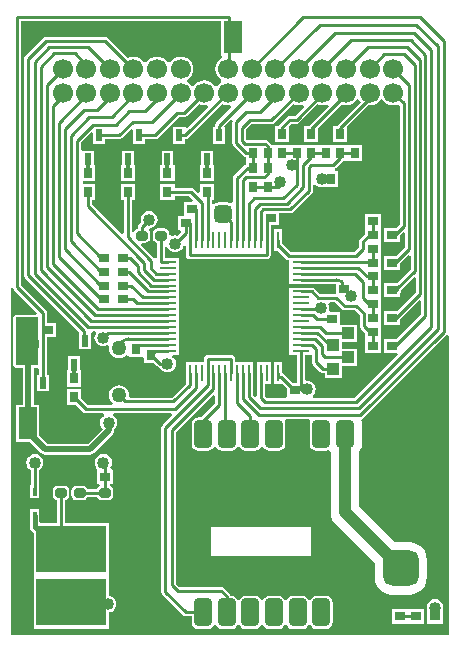
<source format=gtl>
G04*
G04 #@! TF.GenerationSoftware,Altium Limited,Altium Designer,19.0.5 (141)*
G04*
G04 Layer_Physical_Order=1*
G04 Layer_Color=255*
%FSLAX25Y25*%
%MOIN*%
G70*
G01*
G75*
%ADD13C,0.00600*%
%ADD15R,0.03800X0.03100*%
%ADD16R,0.03937X0.03937*%
%ADD17R,0.01579X0.02768*%
%ADD18R,0.01587X0.02760*%
G04:AMPARAMS|DCode=19|XSize=31mil|YSize=38mil|CornerRadius=7.75mil|HoleSize=0mil|Usage=FLASHONLY|Rotation=270.000|XOffset=0mil|YOffset=0mil|HoleType=Round|Shape=RoundedRectangle|*
%AMROUNDEDRECTD19*
21,1,0.03100,0.02250,0,0,270.0*
21,1,0.01550,0.03800,0,0,270.0*
1,1,0.01550,-0.01125,-0.00775*
1,1,0.01550,-0.01125,0.00775*
1,1,0.01550,0.01125,0.00775*
1,1,0.01550,0.01125,-0.00775*
%
%ADD19ROUNDEDRECTD19*%
%ADD20R,0.23622X0.15748*%
%ADD21R,0.06299X0.10630*%
%ADD22R,0.03100X0.03800*%
%ADD23R,0.02362X0.03937*%
G04:AMPARAMS|DCode=24|XSize=59.06mil|YSize=59.06mil|CornerRadius=14.76mil|HoleSize=0mil|Usage=FLASHONLY|Rotation=180.000|XOffset=0mil|YOffset=0mil|HoleType=Round|Shape=RoundedRectangle|*
%AMROUNDEDRECTD24*
21,1,0.05906,0.02953,0,0,180.0*
21,1,0.02953,0.05906,0,0,180.0*
1,1,0.02953,-0.01476,0.01476*
1,1,0.02953,0.01476,0.01476*
1,1,0.02953,0.01476,-0.01476*
1,1,0.02953,-0.01476,-0.01476*
%
%ADD24ROUNDEDRECTD24*%
G04:AMPARAMS|DCode=25|XSize=94.49mil|YSize=59.06mil|CornerRadius=14.76mil|HoleSize=0mil|Usage=FLASHONLY|Rotation=90.000|XOffset=0mil|YOffset=0mil|HoleType=Round|Shape=RoundedRectangle|*
%AMROUNDEDRECTD25*
21,1,0.09449,0.02953,0,0,90.0*
21,1,0.06496,0.05906,0,0,90.0*
1,1,0.02953,0.01476,0.03248*
1,1,0.02953,0.01476,-0.03248*
1,1,0.02953,-0.01476,-0.03248*
1,1,0.02953,-0.01476,0.03248*
%
%ADD25ROUNDEDRECTD25*%
%ADD26R,0.01100X0.05800*%
%ADD27R,0.05800X0.01100*%
%ADD45C,0.01000*%
%ADD46C,0.02000*%
%ADD47C,0.01500*%
%ADD48C,0.00900*%
%ADD49C,0.03937*%
%ADD50C,0.01200*%
%ADD51C,0.00800*%
%ADD52R,0.07700X0.15932*%
G04:AMPARAMS|DCode=53|XSize=118.11mil|YSize=118.11mil|CornerRadius=29.53mil|HoleSize=0mil|Usage=FLASHONLY|Rotation=180.000|XOffset=0mil|YOffset=0mil|HoleType=Round|Shape=RoundedRectangle|*
%AMROUNDEDRECTD53*
21,1,0.11811,0.05906,0,0,180.0*
21,1,0.05906,0.11811,0,0,180.0*
1,1,0.05906,-0.02953,0.02953*
1,1,0.05906,0.02953,0.02953*
1,1,0.05906,0.02953,-0.02953*
1,1,0.05906,-0.02953,-0.02953*
%
%ADD53ROUNDEDRECTD53*%
%ADD54C,0.05000*%
%ADD55C,0.06693*%
%ADD56C,0.04000*%
G36*
X382962Y312585D02*
X383365D01*
X383524Y311785D01*
X383294Y311690D01*
X382428Y311025D01*
X381763Y310159D01*
X381345Y309150D01*
X381203Y308068D01*
X381345Y306985D01*
X381763Y305977D01*
X382428Y305111D01*
X383094Y304599D01*
X383163Y304328D01*
Y303934D01*
X383094Y303663D01*
X382428Y303151D01*
X381916Y302484D01*
X381645Y302415D01*
X381251D01*
X380980Y302484D01*
X380468Y303151D01*
X379602Y303816D01*
X378593Y304234D01*
X377511Y304376D01*
X376429Y304234D01*
X375420Y303816D01*
X374554Y303151D01*
X374042Y302484D01*
X373771Y302415D01*
X373377D01*
X373106Y302484D01*
X372594Y303151D01*
X371928Y303663D01*
X371859Y303934D01*
Y304328D01*
X371928Y304599D01*
X372594Y305111D01*
X373259Y305977D01*
X373677Y306985D01*
X373819Y308068D01*
X373677Y309150D01*
X373259Y310159D01*
X372594Y311025D01*
X371728Y311690D01*
X370719Y312108D01*
X369637Y312250D01*
X368555Y312108D01*
X367546Y311690D01*
X366680Y311025D01*
X366168Y310359D01*
X365897Y310289D01*
X365503D01*
X365232Y310359D01*
X364720Y311025D01*
X363854Y311690D01*
X362845Y312108D01*
X361763Y312250D01*
X360681Y312108D01*
X359672Y311690D01*
X358806Y311025D01*
X358294Y310359D01*
X358023Y310289D01*
X357629D01*
X357358Y310359D01*
X356846Y311025D01*
X355980Y311690D01*
X354971Y312108D01*
X353889Y312250D01*
X352806Y312108D01*
X352041Y311790D01*
X345326Y318505D01*
X344896Y318793D01*
X344389Y318893D01*
X324809D01*
X324302Y318793D01*
X323872Y318505D01*
X317772Y312405D01*
X317485Y311975D01*
X317384Y311468D01*
Y239468D01*
X317485Y238961D01*
X317772Y238531D01*
X335459Y220844D01*
X335828Y220201D01*
X335828D01*
X335828Y220201D01*
Y214664D01*
X339791D01*
Y220084D01*
X340384Y220699D01*
X340992Y220665D01*
X341316Y219993D01*
X341254Y219912D01*
X340972Y219231D01*
X340876Y218500D01*
X340972Y217769D01*
X341254Y217088D01*
X341703Y216503D01*
X342288Y216054D01*
X342969Y215772D01*
X343700Y215676D01*
X344431Y215772D01*
X345062Y216034D01*
X345259Y215954D01*
X345810Y215581D01*
X345748Y215112D01*
X345861Y214251D01*
X346194Y213448D01*
X346723Y212758D01*
X347412Y212229D01*
X348215Y211897D01*
X349076Y211784D01*
X349938Y211897D01*
X350741Y212229D01*
X351430Y212758D01*
X351459Y212797D01*
X352259Y212525D01*
Y212173D01*
X356959D01*
X357422Y211564D01*
Y210204D01*
X360598D01*
X361871Y208931D01*
X362301Y208643D01*
X362720Y208560D01*
X362764Y208456D01*
X363212Y207871D01*
X363797Y207422D01*
X364478Y207140D01*
X365209Y207044D01*
X365940Y207140D01*
X366621Y207422D01*
X367206Y207871D01*
X367655Y208456D01*
X367937Y209137D01*
X368034Y209868D01*
X367937Y210599D01*
X367655Y211280D01*
X367206Y211865D01*
X366895Y212104D01*
X367166Y212904D01*
X368981D01*
Y216841D01*
Y220778D01*
Y224715D01*
Y228652D01*
Y232589D01*
Y236526D01*
Y240463D01*
Y245132D01*
X364372D01*
Y248759D01*
X365172Y248918D01*
X365364Y248456D01*
X365812Y247871D01*
X366397Y247422D01*
X367078Y247140D01*
X367809Y247044D01*
X368540Y247140D01*
X369221Y247422D01*
X369806Y247871D01*
X370255Y248456D01*
X370537Y249137D01*
X371317Y249009D01*
Y247468D01*
X371341D01*
Y246068D01*
X371442Y245561D01*
X371730Y245131D01*
X372160Y244843D01*
X372667Y244742D01*
X398257D01*
X398765Y244843D01*
X399195Y245131D01*
X399482Y245561D01*
X399583Y246068D01*
Y247468D01*
X399607D01*
Y254868D01*
X399583D01*
Y256018D01*
X402308D01*
Y259943D01*
X406091D01*
X406599Y260043D01*
X407029Y260331D01*
X413347Y266649D01*
X413634Y267079D01*
X413735Y267586D01*
Y269270D01*
X414535Y269542D01*
X414603Y269453D01*
X415188Y269004D01*
X415869Y268722D01*
X416600Y268626D01*
X417331Y268722D01*
X417370Y268738D01*
X418135Y268750D01*
X422150D01*
Y274150D01*
X421129D01*
X421017Y274943D01*
X421447Y275231D01*
X423584Y277368D01*
X425205D01*
Y277368D01*
X425359D01*
Y277368D01*
X430059D01*
Y282768D01*
X425359D01*
Y282768D01*
X425205D01*
Y282768D01*
X421150D01*
X420505Y282768D01*
Y282768D01*
X420350D01*
Y282768D01*
X415650D01*
Y282768D01*
X415496D01*
Y282768D01*
X411442D01*
X410796Y282768D01*
Y282768D01*
X410641D01*
Y282768D01*
X405941D01*
Y282768D01*
X405787D01*
Y282768D01*
X401087D01*
Y282768D01*
X400914D01*
Y282768D01*
X399778D01*
X399741Y282951D01*
X399465Y283365D01*
X398710Y284119D01*
X398297Y284395D01*
X397809Y284492D01*
X391750D01*
X391484Y284759D01*
Y288040D01*
X393137Y289693D01*
X399781D01*
X400269Y289791D01*
X400682Y290067D01*
X407108Y296492D01*
X407925Y296154D01*
X409007Y296012D01*
X410089Y296154D01*
X410261Y296225D01*
X410714Y295547D01*
X407710Y292543D01*
X406023D01*
X405516Y292442D01*
X405086Y292155D01*
X402500Y289569D01*
X402212Y289139D01*
X402198Y289068D01*
X401087D01*
Y283668D01*
X405787D01*
Y289068D01*
X405787Y289068D01*
X405787D01*
X406300Y289620D01*
X406572Y289893D01*
X408259D01*
X408767Y289993D01*
X409197Y290281D01*
X415283Y296368D01*
X415799Y296154D01*
X416881Y296012D01*
X417964Y296154D01*
X418520Y296385D01*
X418974Y295707D01*
X412335Y289068D01*
X410796D01*
Y283668D01*
X415496D01*
Y288480D01*
X423317Y296301D01*
X423673Y296154D01*
X424755Y296012D01*
X425838Y296154D01*
X426846Y296572D01*
X427712Y297237D01*
X428224Y297903D01*
X428495Y297972D01*
X428889D01*
X429160Y297903D01*
X429672Y297237D01*
X429674Y297207D01*
X421918Y289451D01*
X421662Y289068D01*
X420505D01*
Y283668D01*
X425205D01*
Y288989D01*
X432274Y296058D01*
X432629Y296012D01*
X433711Y296154D01*
X434720Y296572D01*
X435586Y297237D01*
X436098Y297903D01*
X436369Y297972D01*
X436763D01*
X437034Y297903D01*
X437546Y297237D01*
X438412Y296572D01*
X439421Y296154D01*
X440503Y296012D01*
X441586Y296154D01*
X441908Y296288D01*
X442657Y295732D01*
Y256343D01*
X441499Y255185D01*
X437459D01*
Y250485D01*
X442859D01*
Y252796D01*
X443725Y253662D01*
X444464Y253356D01*
Y248797D01*
X441585Y245918D01*
X437459D01*
Y241218D01*
X442859D01*
Y243443D01*
X445532Y246115D01*
X446271Y245809D01*
Y241331D01*
X441591Y236651D01*
X437459D01*
Y231951D01*
X442859D01*
Y233483D01*
X443067Y233794D01*
X443168Y234301D01*
Y234479D01*
X447338Y238649D01*
X448077Y238343D01*
Y233710D01*
X441752Y227385D01*
X437459D01*
Y222685D01*
X442859D01*
Y224743D01*
X449145Y231029D01*
X449884Y230723D01*
Y226417D01*
X441585Y218118D01*
X437459D01*
Y213418D01*
X441640D01*
X441946Y212679D01*
X427560Y198293D01*
X413847D01*
X413575Y199093D01*
X413806Y199271D01*
X414255Y199856D01*
X414537Y200537D01*
X414634Y201268D01*
X414537Y201999D01*
X414255Y202680D01*
X413806Y203265D01*
X413222Y203714D01*
X412540Y203996D01*
X411809Y204092D01*
X411706Y204079D01*
X410906Y204750D01*
Y212904D01*
X413277D01*
Y210478D01*
X413378Y209971D01*
X413666Y209541D01*
X416144Y207063D01*
X416574Y206775D01*
X417081Y206675D01*
X417732D01*
Y205231D01*
X423269D01*
Y209229D01*
X428268D01*
Y214766D01*
X423269D01*
Y217224D01*
X428268D01*
Y222761D01*
X422750D01*
Y227065D01*
X419602D01*
X419086Y227698D01*
X419041Y227865D01*
X419124Y228500D01*
X419028Y229231D01*
X418803Y229774D01*
X418991Y230237D01*
X419246Y230574D01*
X420882D01*
X423394Y228063D01*
X423824Y227775D01*
X424332Y227675D01*
X427676D01*
X429275Y226077D01*
Y222509D01*
X429375Y222002D01*
X429663Y221572D01*
X431159Y220075D01*
Y218051D01*
Y213418D01*
X436559D01*
Y218051D01*
Y222685D01*
Y227318D01*
Y231951D01*
Y236585D01*
Y241218D01*
Y245851D01*
Y250485D01*
Y255118D01*
Y259818D01*
X431159D01*
Y255118D01*
Y253218D01*
X429483Y251542D01*
X429196Y251112D01*
X429095Y250604D01*
Y248628D01*
X427560Y247093D01*
X406269D01*
X403545Y249818D01*
Y254868D01*
X400844D01*
Y247468D01*
X402145D01*
X404783Y244831D01*
X405213Y244543D01*
X405720Y244443D01*
X405881D01*
Y240463D01*
Y236526D01*
X413281D01*
Y236551D01*
X421359D01*
Y233225D01*
X415926D01*
X414275Y234876D01*
X413845Y235164D01*
X413338Y235265D01*
X413281D01*
Y235289D01*
X405881D01*
Y232589D01*
Y228652D01*
Y224715D01*
Y220778D01*
Y216841D01*
Y212904D01*
X408255D01*
Y203418D01*
X407051D01*
X404127Y206341D01*
X403697Y206628D01*
X403545Y206659D01*
Y210568D01*
X400844D01*
Y203168D01*
X403544D01*
X403545Y203168D01*
Y203168D01*
X404084Y202635D01*
X405176Y201543D01*
X405176Y198718D01*
X404552Y198293D01*
X398381D01*
X397614Y199060D01*
Y203168D01*
X399607D01*
Y210568D01*
X394939D01*
Y203168D01*
X394964D01*
Y199193D01*
X394266Y198894D01*
X393677Y199370D01*
Y203168D01*
X393702D01*
Y210568D01*
X387772D01*
Y211468D01*
X387671Y211975D01*
X387384Y212405D01*
X386954Y212692D01*
X386446Y212793D01*
X378572D01*
X378065Y212692D01*
X377635Y212405D01*
X377348Y211975D01*
X377247Y211468D01*
Y210568D01*
X371317D01*
Y203250D01*
X366660Y198593D01*
X352910D01*
X352383Y199195D01*
X352405Y199364D01*
X352291Y200225D01*
X351959Y201028D01*
X351430Y201718D01*
X350741Y202246D01*
X349938Y202579D01*
X349076Y202693D01*
X348215Y202579D01*
X347412Y202246D01*
X346723Y201718D01*
X346194Y201028D01*
X345861Y200225D01*
X345748Y199364D01*
X345861Y198503D01*
X346194Y197700D01*
X346723Y197010D01*
X347006Y196793D01*
X346734Y195993D01*
X338605D01*
X336419Y198179D01*
Y201355D01*
X331719D01*
Y195955D01*
X334895D01*
X337119Y193731D01*
X337549Y193443D01*
X338056Y193342D01*
X343839D01*
X343972Y193076D01*
X344053Y192543D01*
X343603Y192197D01*
X343154Y191612D01*
X342872Y190931D01*
X342776Y190200D01*
X342872Y189469D01*
X343154Y188788D01*
X343587Y188223D01*
X338599Y183235D01*
X325260D01*
X322538Y185958D01*
Y196115D01*
X320635D01*
Y208505D01*
X322050D01*
X322535Y207905D01*
Y206168D01*
X321828D01*
Y200631D01*
X325791D01*
Y206168D01*
X325084D01*
Y218818D01*
X328009D01*
Y223518D01*
X325084D01*
Y226512D01*
X325135Y226768D01*
X325034Y227275D01*
X324747Y227705D01*
X316435Y236017D01*
Y324174D01*
X382962D01*
Y312585D01*
D02*
G37*
G36*
X384303Y296154D02*
X385385Y296012D01*
X386175Y296116D01*
X386549Y295358D01*
X381312Y290122D01*
X381025Y289692D01*
X380924Y289184D01*
Y288701D01*
X380269D01*
Y283164D01*
X384231D01*
Y288701D01*
X384231D01*
X384058Y289118D01*
X386259Y291320D01*
X386945Y290874D01*
X386884Y290568D01*
Y283268D01*
X386985Y282761D01*
X387272Y282331D01*
X390472Y279131D01*
X390902Y278843D01*
X391359Y278752D01*
Y277368D01*
X391378D01*
Y276376D01*
X390972Y276105D01*
X387478Y272611D01*
X387190Y272181D01*
X387089Y271673D01*
Y263722D01*
X386290Y263295D01*
X386074Y263439D01*
X385186Y263615D01*
X382233D01*
X381345Y263439D01*
X380698Y263006D01*
X380261Y263127D01*
X379898Y263337D01*
Y264455D01*
X380859D01*
Y269855D01*
X376159D01*
Y266938D01*
X375420Y266632D01*
X373960Y268092D01*
X373530Y268380D01*
X373022Y268480D01*
X367574D01*
Y269855D01*
X362874D01*
Y264455D01*
X367574D01*
Y265829D01*
X372473D01*
X373727Y264576D01*
X373421Y263837D01*
X370585D01*
Y259137D01*
X369793Y259118D01*
X368617D01*
Y254418D01*
X369354D01*
X369685Y253618D01*
X368627Y252560D01*
X368540Y252596D01*
X367809Y252692D01*
X367078Y252596D01*
X366578Y252388D01*
X366032Y252628D01*
X365778Y252847D01*
Y253369D01*
X365655Y253983D01*
X365307Y254504D01*
X364786Y254852D01*
X364172Y254975D01*
X361922D01*
X361307Y254852D01*
X360786Y254504D01*
X360438Y253983D01*
X360316Y253369D01*
Y251819D01*
X360438Y251204D01*
X360786Y250683D01*
X361307Y250335D01*
X361721Y250253D01*
Y245873D01*
X361581Y245132D01*
X360781Y244981D01*
X360709Y245087D01*
X356384Y249413D01*
X356715Y250213D01*
X357872D01*
X358486Y250335D01*
X359007Y250683D01*
X359355Y251204D01*
X359478Y251819D01*
Y253369D01*
X359355Y253983D01*
X359145Y254299D01*
X359376Y254988D01*
X359481Y255126D01*
X359831Y255172D01*
X360512Y255454D01*
X361097Y255903D01*
X361546Y256488D01*
X361828Y257169D01*
X361924Y257900D01*
X361828Y258631D01*
X361546Y259312D01*
X361097Y259897D01*
X360512Y260346D01*
X359831Y260628D01*
X359100Y260724D01*
X358369Y260628D01*
X357688Y260346D01*
X357103Y259897D01*
X356654Y259312D01*
X356372Y258631D01*
X356276Y257900D01*
X356372Y257169D01*
X356408Y257082D01*
X355810Y256484D01*
X355522Y256054D01*
X355421Y255547D01*
Y254935D01*
X355007Y254852D01*
X354486Y254504D01*
X354138Y253983D01*
X354065Y253614D01*
X353265Y253693D01*
Y264455D01*
X354289D01*
Y269855D01*
X349589D01*
Y264455D01*
X350614D01*
Y253406D01*
X349875Y253100D01*
X339980Y262995D01*
Y264455D01*
X341004D01*
Y269855D01*
X337203D01*
X336941Y270305D01*
X337203Y270755D01*
X341004D01*
Y276155D01*
X340635D01*
Y280827D01*
X337035D01*
X336673Y280827D01*
X336235Y281445D01*
Y283619D01*
X339674Y287058D01*
X340413Y286752D01*
Y283164D01*
X344375D01*
Y284607D01*
X349023D01*
X349530Y284707D01*
X349960Y284995D01*
X352898Y287933D01*
X353698Y287601D01*
Y283164D01*
X357661D01*
Y284607D01*
X361074D01*
X361581Y284707D01*
X362011Y284995D01*
X369058Y292042D01*
X370685D01*
X371192Y292143D01*
X371622Y292431D01*
X375663Y296471D01*
X376429Y296154D01*
X377511Y296012D01*
X378301Y296116D01*
X378675Y295358D01*
X371685Y288368D01*
X370946Y288674D01*
Y288701D01*
X366984D01*
Y283164D01*
X370946D01*
Y284607D01*
X371123D01*
X371630Y284707D01*
X372060Y284995D01*
X383537Y296471D01*
X384303Y296154D01*
D02*
G37*
G36*
X313885Y234961D02*
X314172Y234531D01*
X321787Y226916D01*
X321456Y226115D01*
X314709D01*
X314397Y226053D01*
X314133Y225877D01*
X313956Y225612D01*
X313894Y225300D01*
Y209368D01*
X313956Y209056D01*
X314133Y208791D01*
X314397Y208614D01*
X314709Y208552D01*
X316965D01*
Y196115D01*
X314639D01*
Y183885D01*
X319420D01*
X323202Y180102D01*
X323798Y179704D01*
X324500Y179565D01*
X339359D01*
X340062Y179704D01*
X340657Y180102D01*
X346898Y186343D01*
X347296Y186938D01*
X347435Y187641D01*
Y188079D01*
X347597Y188203D01*
X348046Y188788D01*
X348328Y189469D01*
X348424Y190200D01*
X348328Y190931D01*
X348046Y191612D01*
X347597Y192197D01*
X347147Y192543D01*
X347228Y193076D01*
X347361Y193342D01*
X366364D01*
X366670Y192603D01*
X363572Y189505D01*
X363285Y189075D01*
X363184Y188568D01*
Y133723D01*
X363285Y133216D01*
X363572Y132786D01*
X370352Y126006D01*
X370782Y125719D01*
X371289Y125618D01*
X373290D01*
Y123696D01*
X373467Y122807D01*
X373970Y122054D01*
X374723Y121551D01*
X375611Y121374D01*
X378564D01*
X379452Y121551D01*
X380205Y122054D01*
X380580Y122616D01*
X380787Y122668D01*
X381261D01*
X381469Y122616D01*
X381844Y122054D01*
X382597Y121551D01*
X383485Y121374D01*
X386438D01*
X387326Y121551D01*
X388079Y122054D01*
X388454Y122616D01*
X388661Y122668D01*
X389135D01*
X389343Y122616D01*
X389718Y122054D01*
X390471Y121551D01*
X391359Y121374D01*
X394312D01*
X395200Y121551D01*
X395953Y122054D01*
X396328Y122616D01*
X396535Y122668D01*
X397009D01*
X397217Y122616D01*
X397592Y122054D01*
X398345Y121551D01*
X399233Y121374D01*
X402186D01*
X403074Y121551D01*
X403827Y122054D01*
X404202Y122616D01*
X404409Y122668D01*
X404883D01*
X405091Y122616D01*
X405466Y122054D01*
X406219Y121551D01*
X407107Y121374D01*
X410060D01*
X410948Y121551D01*
X411701Y122054D01*
X412076Y122616D01*
X412283Y122668D01*
X412757D01*
X412965Y122616D01*
X413340Y122054D01*
X414093Y121551D01*
X414981Y121374D01*
X417934D01*
X418822Y121551D01*
X419575Y122054D01*
X420078Y122807D01*
X420255Y123696D01*
Y130192D01*
X420078Y131080D01*
X419575Y131833D01*
X418822Y132336D01*
X417934Y132512D01*
X414981D01*
X414093Y132336D01*
X413340Y131833D01*
X412965Y131272D01*
X412757Y131219D01*
X412283D01*
X412076Y131272D01*
X411701Y131833D01*
X410948Y132336D01*
X410060Y132512D01*
X407107D01*
X406219Y132336D01*
X405466Y131833D01*
X405091Y131272D01*
X404883Y131219D01*
X404409D01*
X404202Y131272D01*
X403827Y131833D01*
X403074Y132336D01*
X402186Y132512D01*
X399233D01*
X398345Y132336D01*
X397592Y131833D01*
X397217Y131272D01*
X397009Y131219D01*
X396535D01*
X396328Y131272D01*
X395953Y131833D01*
X395200Y132336D01*
X394312Y132512D01*
X391359D01*
X390471Y132336D01*
X389718Y131833D01*
X389343Y131272D01*
X389135Y131219D01*
X388661D01*
X388454Y131272D01*
X388079Y131833D01*
X387326Y132336D01*
X386438Y132512D01*
X386248D01*
X386186Y132823D01*
X385899Y133253D01*
X384047Y135105D01*
X383617Y135392D01*
X383109Y135493D01*
X369158D01*
X368135Y136517D01*
Y187219D01*
X380445Y199529D01*
X381184Y199223D01*
Y196666D01*
X376480Y191961D01*
X375611D01*
X374723Y191785D01*
X373970Y191281D01*
X373467Y190529D01*
X373290Y189640D01*
Y183144D01*
X373467Y182256D01*
X373970Y181503D01*
X374723Y181000D01*
X375611Y180823D01*
X378564D01*
X379452Y181000D01*
X380205Y181503D01*
X380580Y182064D01*
X380787Y182117D01*
X381261D01*
X381469Y182064D01*
X381844Y181503D01*
X382597Y181000D01*
X383485Y180823D01*
X386438D01*
X387326Y181000D01*
X388079Y181503D01*
X388454Y182064D01*
X388661Y182117D01*
X389135D01*
X389343Y182064D01*
X389718Y181503D01*
X390471Y181000D01*
X391359Y180823D01*
X394312D01*
X395200Y181000D01*
X395953Y181503D01*
X396328Y182064D01*
X396535Y182117D01*
X397009D01*
X397217Y182064D01*
X397592Y181503D01*
X398345Y181000D01*
X399233Y180823D01*
X402186D01*
X403074Y181000D01*
X403827Y181503D01*
X404330Y182256D01*
X404507Y183144D01*
Y189640D01*
X404341Y190474D01*
X404347Y190651D01*
X404680Y191274D01*
X412487D01*
X412820Y190651D01*
X412826Y190474D01*
X412660Y189640D01*
Y183144D01*
X412837Y182256D01*
X413340Y181503D01*
X414093Y181000D01*
X414981Y180823D01*
X417934D01*
X418822Y181000D01*
X418937Y181077D01*
X419158Y181010D01*
X419566Y180478D01*
Y160268D01*
X419729Y159035D01*
X420205Y157886D01*
X420962Y156899D01*
X434289Y143572D01*
Y138647D01*
X434485Y137157D01*
X435061Y135768D01*
X435976Y134576D01*
X437168Y133661D01*
X438557Y133086D01*
X440047Y132889D01*
X445953D01*
X447443Y133086D01*
X448832Y133661D01*
X450024Y134576D01*
X450939Y135768D01*
X451514Y137157D01*
X451711Y138647D01*
Y144553D01*
X451514Y146043D01*
X450939Y147432D01*
X450024Y148624D01*
X448832Y149539D01*
X447443Y150115D01*
X445953Y150311D01*
X441028D01*
X429097Y162242D01*
Y180478D01*
X429505Y181010D01*
X429931Y182039D01*
X430077Y183144D01*
Y189640D01*
X429931Y190745D01*
X429835Y190976D01*
X430049Y191375D01*
X430479Y191663D01*
X458247Y219431D01*
X458254Y219442D01*
X459054Y219200D01*
Y119268D01*
X313048D01*
X313048Y235067D01*
X313848Y235146D01*
X313885Y234961D01*
D02*
G37*
%LPC*%
G36*
X336050Y212327D02*
X332088D01*
Y207655D01*
X331719D01*
Y202255D01*
X336419D01*
Y207655D01*
X336050D01*
Y212327D01*
D02*
G37*
G36*
X380490Y280827D02*
X376528D01*
Y276155D01*
X376159D01*
Y270755D01*
X380859D01*
Y276155D01*
X380490D01*
Y280827D01*
D02*
G37*
G36*
X367206D02*
X363243D01*
Y276155D01*
X362874D01*
Y270755D01*
X367574D01*
Y276155D01*
X367206D01*
Y280827D01*
D02*
G37*
G36*
X353920D02*
X349958D01*
Y276155D01*
X349589D01*
Y270755D01*
X354289D01*
Y276155D01*
X353920D01*
Y280827D01*
D02*
G37*
G36*
X343872Y179724D02*
X343142Y179628D01*
X342460Y179346D01*
X341876Y178897D01*
X341427Y178312D01*
X341145Y177631D01*
X341048Y176900D01*
X341145Y176169D01*
X341427Y175488D01*
X341547Y175330D01*
X341595Y174550D01*
X341595Y174550D01*
X341595Y174550D01*
Y169850D01*
X342474D01*
X342604Y169060D01*
X342083Y168712D01*
X341735Y168191D01*
X341722Y168127D01*
X338568D01*
X338556Y168191D01*
X338207Y168712D01*
X337686Y169060D01*
X337072Y169182D01*
X334822D01*
X334207Y169060D01*
X333686Y168712D01*
X333338Y168191D01*
X333216Y167577D01*
Y166027D01*
X333338Y165412D01*
X333686Y164891D01*
X334207Y164543D01*
X334822Y164421D01*
X337072D01*
X337686Y164543D01*
X338207Y164891D01*
X338556Y165412D01*
X338568Y165476D01*
X341722D01*
X341735Y165412D01*
X342083Y164891D01*
X342604Y164543D01*
X343219Y164421D01*
X345469D01*
X346083Y164543D01*
X346604Y164891D01*
X346952Y165412D01*
X347075Y166027D01*
Y167577D01*
X346952Y168191D01*
X346604Y168712D01*
X346083Y169060D01*
X346213Y169850D01*
X346995D01*
Y174550D01*
X346607D01*
X346213Y175350D01*
X346318Y175488D01*
X346600Y176169D01*
X346697Y176900D01*
X346600Y177631D01*
X346318Y178312D01*
X345869Y178897D01*
X345285Y179346D01*
X344603Y179628D01*
X343872Y179724D01*
D02*
G37*
G36*
X321000D02*
X320269Y179628D01*
X319588Y179346D01*
X319003Y178897D01*
X318554Y178312D01*
X318272Y177631D01*
X318176Y176900D01*
X318272Y176169D01*
X318554Y175488D01*
X319003Y174903D01*
X319588Y174454D01*
X319674Y174418D01*
Y169321D01*
X319320D01*
Y164953D01*
X322499D01*
Y169321D01*
X322325D01*
Y174418D01*
X322412Y174454D01*
X322997Y174903D01*
X323446Y175488D01*
X323728Y176169D01*
X323824Y176900D01*
X323728Y177631D01*
X323446Y178312D01*
X322997Y178897D01*
X322412Y179346D01*
X321731Y179628D01*
X321000Y179724D01*
D02*
G37*
G36*
X330772Y169182D02*
X328522D01*
X327907Y169060D01*
X327386Y168712D01*
X327038Y168191D01*
X326916Y167577D01*
Y166027D01*
X327038Y165412D01*
X327386Y164891D01*
X327907Y164543D01*
X328321Y164461D01*
Y156654D01*
X323125D01*
X322503Y157083D01*
Y161443D01*
X319316D01*
Y157083D01*
X319329D01*
Y155322D01*
X319449Y154717D01*
X319792Y154204D01*
X320589Y153407D01*
Y139738D01*
X320589Y139306D01*
X320589Y138506D01*
Y121590D01*
X345811D01*
Y126943D01*
X346031Y126972D01*
X346712Y127254D01*
X347297Y127703D01*
X347746Y128288D01*
X348028Y128969D01*
X348124Y129700D01*
X348028Y130431D01*
X347746Y131112D01*
X347297Y131697D01*
X346712Y132146D01*
X346031Y132428D01*
X345811Y132457D01*
Y138506D01*
X345811Y138938D01*
X345811Y139738D01*
Y156654D01*
X330972D01*
Y164461D01*
X331386Y164543D01*
X331907Y164891D01*
X332256Y165412D01*
X332378Y166027D01*
Y167577D01*
X332256Y168191D01*
X331907Y168712D01*
X331386Y169060D01*
X330772Y169182D01*
D02*
G37*
G36*
X379646Y155487D02*
Y145644D01*
X413111Y145644D01*
Y155487D01*
X379646Y155487D01*
D02*
G37*
G36*
X454400Y131392D02*
X453669Y131296D01*
X452988Y131014D01*
X452403Y130565D01*
X451954Y129980D01*
X451672Y129299D01*
X451576Y128568D01*
X451672Y127837D01*
X451750Y127649D01*
Y123250D01*
X457150D01*
Y127950D01*
X457150D01*
X457224Y128568D01*
X457204Y128719D01*
X457128Y129299D01*
X456846Y129980D01*
X456397Y130565D01*
X455812Y131014D01*
X455131Y131296D01*
X454400Y131392D01*
D02*
G37*
G36*
X445350Y127950D02*
Y127950D01*
X444673Y127950D01*
X439950D01*
Y123250D01*
X445350D01*
Y123250D01*
X445450D01*
Y123250D01*
X450850D01*
Y127950D01*
X446127D01*
X445450Y127950D01*
Y127950D01*
X445350D01*
D02*
G37*
%LPD*%
D13*
X398359Y286368D02*
X401509Y283218D01*
X393709Y286368D02*
X398359D01*
D15*
X454450Y125600D02*
D03*
X448150D02*
D03*
X442650D02*
D03*
X436350D02*
D03*
X344295Y172200D02*
D03*
X350595D02*
D03*
X331609Y221168D02*
D03*
X325309D02*
D03*
X326959Y216468D02*
D03*
X320659D02*
D03*
X344209Y245068D02*
D03*
X350509D02*
D03*
X344209Y240485D02*
D03*
X350509D02*
D03*
X344209Y235901D02*
D03*
X350509D02*
D03*
X344209Y231318D02*
D03*
X350509D02*
D03*
X426350Y224715D02*
D03*
X420050D02*
D03*
X366985Y261487D02*
D03*
X373285D02*
D03*
X440159Y252835D02*
D03*
X433859D02*
D03*
X440159Y243568D02*
D03*
X433859D02*
D03*
X440159Y234301D02*
D03*
X433859D02*
D03*
X440159Y225035D02*
D03*
X433859D02*
D03*
X440159Y215768D02*
D03*
X433859D02*
D03*
X405907Y258368D02*
D03*
X399607D02*
D03*
X417759Y234908D02*
D03*
X424059D02*
D03*
X365017Y256768D02*
D03*
X371317D02*
D03*
X401576Y201068D02*
D03*
X407876D02*
D03*
X433859Y257468D02*
D03*
X440159D02*
D03*
X433859Y248201D02*
D03*
X440159D02*
D03*
X433859Y238935D02*
D03*
X440159D02*
D03*
X433859Y229668D02*
D03*
X440159D02*
D03*
X433859Y220401D02*
D03*
X440159D02*
D03*
D16*
X420500Y208000D02*
D03*
X425500Y211998D02*
D03*
X420500Y215995D02*
D03*
X425500Y219993D02*
D03*
D17*
X320909Y167137D02*
D03*
D18*
Y159263D02*
D03*
D19*
X363047Y252594D02*
D03*
X356747D02*
D03*
X335947Y166802D02*
D03*
X329647D02*
D03*
X350644D02*
D03*
X344344D02*
D03*
D20*
X333200Y130264D02*
D03*
Y147980D02*
D03*
D21*
X375888Y318700D02*
D03*
X386912D02*
D03*
X329612Y190000D02*
D03*
X318588D02*
D03*
D22*
X419800Y265150D02*
D03*
Y271450D02*
D03*
X359772Y206604D02*
D03*
Y212904D02*
D03*
X393728Y268868D02*
D03*
Y275168D02*
D03*
X393709Y286368D02*
D03*
Y280068D02*
D03*
X398564Y286368D02*
D03*
Y280068D02*
D03*
X413146Y286368D02*
D03*
Y280068D02*
D03*
X334069Y198655D02*
D03*
Y204955D02*
D03*
X365224Y267155D02*
D03*
Y273455D02*
D03*
X378509Y267155D02*
D03*
Y273455D02*
D03*
X338654Y267155D02*
D03*
Y273455D02*
D03*
X351939Y267155D02*
D03*
Y273455D02*
D03*
X398564Y268868D02*
D03*
Y275168D02*
D03*
X354609Y208573D02*
D03*
Y214873D02*
D03*
X422855Y286368D02*
D03*
Y280068D02*
D03*
X427709D02*
D03*
Y286368D02*
D03*
X418000Y280068D02*
D03*
Y286368D02*
D03*
X403437D02*
D03*
Y280068D02*
D03*
X408291D02*
D03*
Y286368D02*
D03*
D23*
X323809Y203399D02*
D03*
X320069Y211273D02*
D03*
X327550D02*
D03*
X337809Y217432D02*
D03*
X341550Y209558D02*
D03*
X334069D02*
D03*
X368965Y285932D02*
D03*
X372705Y278058D02*
D03*
X365224D02*
D03*
X382250Y285932D02*
D03*
X385990Y278058D02*
D03*
X378509D02*
D03*
X342394Y285932D02*
D03*
X346135Y278058D02*
D03*
X338654D02*
D03*
X355679Y285932D02*
D03*
X359420Y278058D02*
D03*
X351939D02*
D03*
D24*
X383709Y259818D02*
D03*
D25*
X377087Y186392D02*
D03*
X384961D02*
D03*
X392835D02*
D03*
X400709D02*
D03*
X408583D02*
D03*
X416458D02*
D03*
X424332D02*
D03*
Y126944D02*
D03*
X416458D02*
D03*
X408583D02*
D03*
X377087D02*
D03*
X384961D02*
D03*
X392835D02*
D03*
X400709D02*
D03*
D26*
X402194Y206868D02*
D03*
X400226D02*
D03*
X398257D02*
D03*
X396289D02*
D03*
X394320D02*
D03*
X392352D02*
D03*
X390383D02*
D03*
X388415D02*
D03*
X386446D02*
D03*
X384478D02*
D03*
X382509D02*
D03*
X380541D02*
D03*
X378572D02*
D03*
X376604D02*
D03*
X374635D02*
D03*
X372667D02*
D03*
Y251168D02*
D03*
X374635D02*
D03*
X376604D02*
D03*
X378572D02*
D03*
X380541D02*
D03*
X382509D02*
D03*
X384478D02*
D03*
X386446D02*
D03*
X388415D02*
D03*
X390383D02*
D03*
X392352D02*
D03*
X394320D02*
D03*
X396289D02*
D03*
X398257D02*
D03*
X400226D02*
D03*
X402194D02*
D03*
D27*
X365281Y214254D02*
D03*
Y216223D02*
D03*
Y218191D02*
D03*
Y220160D02*
D03*
Y222128D02*
D03*
Y224097D02*
D03*
Y226065D02*
D03*
Y228034D02*
D03*
Y230002D02*
D03*
Y231971D02*
D03*
Y233939D02*
D03*
Y235908D02*
D03*
Y237876D02*
D03*
Y239845D02*
D03*
Y241813D02*
D03*
Y243782D02*
D03*
X409581D02*
D03*
Y241813D02*
D03*
Y239845D02*
D03*
Y237876D02*
D03*
Y235908D02*
D03*
Y233939D02*
D03*
Y231971D02*
D03*
Y230002D02*
D03*
Y228034D02*
D03*
Y226065D02*
D03*
Y224097D02*
D03*
Y222128D02*
D03*
Y220160D02*
D03*
Y218191D02*
D03*
Y216223D02*
D03*
Y214254D02*
D03*
D45*
X424059Y235426D02*
G03*
X421609Y237876I-2450J0D01*
G01*
X352155Y218191D02*
G03*
X349076Y215112I0J-3079D01*
G01*
X415834Y228034D02*
X416300Y228500D01*
X409581Y228034D02*
X415834D01*
X442650Y125600D02*
X448150D01*
X415218Y224715D02*
X418809D01*
X413868Y226065D02*
X415218Y224715D01*
X409581Y226065D02*
X413868D01*
X418172Y219993D02*
X425500D01*
X416037Y222128D02*
X418172Y219993D01*
X409581Y222128D02*
X416037D01*
X419379Y215995D02*
X420500D01*
X415214Y220160D02*
X419379Y215995D01*
X409581Y220160D02*
X415214D01*
X424332Y229000D02*
X428226D01*
X413338Y233939D02*
X415377Y231900D01*
X421431D02*
X424332Y229000D01*
X415377Y231900D02*
X421431D01*
X397832Y196968D02*
X428109D01*
X396289Y198511D02*
X397832Y196968D01*
X396289Y198511D02*
Y206868D01*
X395932Y195168D02*
X429209D01*
X392352Y198748D02*
X395932Y195168D01*
X392352Y198748D02*
Y206868D01*
X395800Y192600D02*
X429541D01*
X390383Y198017D02*
X395800Y192600D01*
X390383Y198017D02*
Y206868D01*
X429541Y192600D02*
X457309Y220368D01*
X428226Y229000D02*
X430600Y226625D01*
Y222509D02*
Y226625D01*
Y222509D02*
X432708Y220401D01*
X417737Y211998D02*
X425500D01*
X416800Y212935D02*
X417737Y211998D01*
X416800Y212935D02*
Y215800D01*
X414409Y218191D02*
X416800Y215800D01*
X409581Y218191D02*
X414409D01*
X417081Y208000D02*
X420500D01*
X414603Y210478D02*
X417081Y208000D01*
X414603Y210478D02*
Y214909D01*
X413289Y216223D02*
X414603Y214909D01*
X409581Y216223D02*
X413289D01*
X432708Y220401D02*
X433859D01*
X321000Y167728D02*
Y176900D01*
X344344Y166802D02*
Y176429D01*
X343872Y176900D02*
X344344Y176429D01*
X424059Y234908D02*
Y235426D01*
X409581Y237876D02*
X421609D01*
X399607Y257768D02*
X400309Y258470D01*
X398257Y257768D02*
X399607D01*
X409581Y201068D02*
Y214254D01*
X372667Y251168D02*
Y256768D01*
X343700Y218500D02*
X345360Y220160D01*
X365281D01*
X329647Y151533D02*
X333200Y147980D01*
X329647Y151533D02*
Y166802D01*
X335947D02*
X344344D01*
X328251Y147980D02*
X333200D01*
X356747Y255547D02*
X359100Y257900D01*
X356747Y252594D02*
Y255547D01*
X363047Y243782D02*
Y252594D01*
Y243782D02*
X365281D01*
X357509Y241068D02*
Y243591D01*
X338654Y262446D02*
X357509Y243591D01*
X338654Y262446D02*
Y267155D01*
X355409Y240368D02*
Y242480D01*
X352821Y245068D02*
X355409Y242480D01*
X350509Y245068D02*
X352821D01*
X359772Y241605D02*
Y244150D01*
X351939Y251983D02*
X359772Y244150D01*
X351939Y251983D02*
Y267155D01*
X408291Y269450D02*
Y280068D01*
X385600Y306200D02*
Y325500D01*
X315109D02*
X385600D01*
X315109Y235468D02*
Y325500D01*
X400226Y201068D02*
Y206868D01*
X409581Y235908D02*
X417759D01*
X337445Y217432D02*
Y220732D01*
X318709Y239468D02*
Y311468D01*
X324809Y317568D01*
X344389D01*
X353889Y308068D01*
X320909Y310584D02*
X325593Y315268D01*
X338815D01*
X346015Y308068D01*
X322909Y241005D02*
Y308868D01*
X327309Y313268D01*
X334409D01*
X338141Y309536D01*
Y308068D02*
Y309536D01*
X324909Y242168D02*
Y302710D01*
X330267Y308068D01*
X457309Y220368D02*
Y317368D01*
X393259Y308068D02*
X410559Y325368D01*
X449309D01*
X457309Y317368D01*
X401133Y308068D02*
X415933Y322868D01*
X448209D01*
X455309Y315768D01*
X409007Y308068D02*
X421007Y320068D01*
X447409D01*
X453209Y314268D01*
X416881Y308068D02*
X426481Y317668D01*
X446309D01*
X451209Y312768D01*
X424755Y308068D02*
X431955Y315268D01*
X445147D01*
X449403Y311012D01*
X447596Y240782D02*
Y309581D01*
X432629Y308068D02*
Y308238D01*
X437459Y313068D01*
X444109D01*
X447596Y309581D01*
X445789Y248248D02*
Y302782D01*
X440503Y308068D02*
X445789Y302782D01*
X393709Y275168D02*
Y280068D01*
X388209Y290568D02*
X391309Y293668D01*
X396109D01*
X401133Y298692D01*
X388209Y283268D02*
Y290568D01*
X368965Y285932D02*
X371123D01*
X385385Y300194D01*
X382250Y285932D02*
Y289184D01*
X393259Y300194D01*
X401133Y298692D02*
Y300194D01*
X408259Y291218D02*
X416881Y299840D01*
X403437Y286368D02*
Y288632D01*
X406023Y291218D02*
X408259D01*
X403437Y288632D02*
X406023Y291218D01*
X416881Y299840D02*
Y300194D01*
X413146Y286368D02*
Y288004D01*
X424755Y299614D01*
Y300194D01*
X422855Y286368D02*
Y288513D01*
X432629Y298288D01*
Y300194D01*
X440503D02*
X443983Y296714D01*
X355679Y285932D02*
X361074D01*
X368509Y293368D01*
X370685D01*
X377511Y300194D01*
X342394Y285932D02*
X349023D01*
X353659Y290568D01*
X360011D01*
X369637Y300194D01*
X348009Y289568D02*
X352409Y293968D01*
X357709D01*
X361763Y298022D01*
X339173Y292168D02*
X346709D01*
X353889Y299347D01*
Y300194D01*
X332909Y285904D02*
X339173Y292168D01*
X334909Y284168D02*
X340309Y289568D01*
X348009D01*
X332909Y250668D02*
Y285904D01*
X330909Y248068D02*
Y287968D01*
X337509Y294568D01*
X341876D01*
X346015Y298707D01*
Y300194D01*
X328909Y245568D02*
Y290068D01*
X338141Y299299D01*
Y300194D01*
X326909Y243168D02*
Y295637D01*
X330267Y298994D01*
Y300194D01*
X334909Y253368D02*
Y284168D01*
X361763Y298022D02*
Y300194D01*
X441843Y234301D02*
Y235029D01*
X315109Y235468D02*
X323809Y226768D01*
X318709Y239468D02*
X337445Y220732D01*
X319809Y222768D02*
X320069Y222508D01*
X359772Y212904D02*
X361122Y214254D01*
X365281D01*
X359772Y212904D02*
X362808Y209868D01*
X365209D01*
X352155Y218191D02*
X365281D01*
X372667Y202725D02*
Y206868D01*
X349076Y199364D02*
X351172Y197268D01*
X367209D01*
X372667Y202725D01*
X338056Y194668D02*
X367670D01*
X334069Y198655D02*
X338056Y194668D01*
X322909Y241005D02*
X339818Y224097D01*
X324909Y242168D02*
X341012Y226065D01*
X326909Y243168D02*
X342044Y228034D01*
X328909Y245568D02*
X343159Y231318D01*
X330909Y248068D02*
X343076Y235901D01*
X332909Y250668D02*
X343093Y240485D01*
X320909Y239868D02*
X338649Y222128D01*
X320909Y239868D02*
Y310584D01*
X339818Y224097D02*
X365281D01*
X338649Y222128D02*
X365281D01*
X341012Y226065D02*
X365281D01*
X342044Y228034D02*
X365281D01*
X343159Y231318D02*
X344209D01*
X343076Y235901D02*
X344209D01*
X343093Y240485D02*
X344209D01*
X334909Y253368D02*
X343209Y245068D01*
X344209D01*
X355209Y230002D02*
X365281D01*
X353894Y231318D02*
X355209Y230002D01*
X350509Y231318D02*
X353894D01*
X350509Y235901D02*
X352988D01*
X356918Y231971D01*
X365281D01*
X350509Y240485D02*
X352282D01*
X358827Y233939D01*
X365281D01*
X355409Y240368D02*
X359870Y235908D01*
X365281D01*
X364509Y133723D02*
Y188568D01*
Y133723D02*
X371289Y126944D01*
X377087D01*
X364509Y188568D02*
X378572Y202631D01*
X366809Y187768D02*
X380541Y201499D01*
X384961Y126944D02*
Y132316D01*
X383109Y134168D02*
X384961Y132316D01*
X368609Y134168D02*
X383109D01*
X366809Y135968D02*
X368609Y134168D01*
X366809Y135968D02*
Y187768D01*
X378572Y202631D02*
Y206868D01*
X380541Y201499D02*
Y206868D01*
X367670Y194668D02*
X374635Y201633D01*
Y206868D01*
X377087Y186392D02*
Y190695D01*
X382509Y196117D01*
Y206868D01*
X384478Y186876D02*
Y206868D01*
Y186876D02*
X384961Y186392D01*
X392835D02*
Y192342D01*
X388415Y196762D02*
X392835Y192342D01*
X388415Y196762D02*
Y206868D01*
X383709Y259818D02*
X386446Y257081D01*
Y251168D02*
Y257081D01*
X378572Y206868D02*
Y211468D01*
X386446D01*
Y206868D02*
Y211468D01*
X429209Y195168D02*
X455309Y221268D01*
Y315768D01*
X453209Y222068D02*
Y314268D01*
X428109Y196968D02*
X453209Y222068D01*
X440159Y252835D02*
X441023D01*
X443983Y255794D01*
Y296714D01*
X440159Y243568D02*
X441110D01*
X445789Y248248D01*
X441843Y235029D02*
X447596Y240782D01*
X440159Y215768D02*
X441110D01*
X451209Y225868D01*
Y312768D01*
X440159Y225035D02*
X441276D01*
X449403Y233161D01*
Y311012D01*
X440159Y234301D02*
X441843D01*
X388209Y283268D02*
X391409Y280068D01*
X393709D01*
X388415Y251168D02*
Y271673D01*
X391909Y275168D01*
X393709D01*
X394171Y264968D02*
X403809D01*
X408291Y269450D01*
X395897Y263168D02*
X404972D01*
X410409Y268605D01*
Y276168D01*
X397009Y261268D02*
X406091D01*
X412409Y267586D01*
Y275368D01*
X392352Y263149D02*
X394171Y264968D01*
X394320Y251168D02*
Y261591D01*
X395897Y263168D01*
X396289Y251168D02*
Y260547D01*
X397009Y261268D01*
X365224Y267155D02*
X373022D01*
X376604Y263573D01*
X378572Y251168D02*
Y267155D01*
X376604Y251168D02*
Y263573D01*
X357509Y241068D02*
X360701Y237876D01*
X365281D01*
X359772Y241605D02*
X361533Y239845D01*
X365281D01*
X392352Y251168D02*
Y263149D01*
X367809Y249868D02*
X371317Y253375D01*
Y256768D01*
X413209Y276168D02*
X420509D01*
X412409Y275368D02*
X413209Y276168D01*
X410409D02*
X413146Y278905D01*
Y280068D01*
X420509Y276168D02*
X422855Y278513D01*
Y280068D01*
X393709Y275168D02*
X393728D01*
Y268868D02*
X398564D01*
X402409D01*
X405720Y245768D02*
X428109D01*
X430420Y248079D01*
Y250604D01*
X402194Y249293D02*
X405720Y245768D01*
X430420Y250604D02*
X432651Y252835D01*
X409581Y239845D02*
X427833D01*
X430420Y237257D01*
Y231641D02*
Y237257D01*
X409581Y241813D02*
X428864D01*
X431743Y238935D01*
X433859D01*
X432651Y252835D02*
X433859D01*
X409581Y243782D02*
X433646D01*
X433859Y243568D01*
X430420Y231641D02*
X432394Y229668D01*
X433859D01*
X402194Y249293D02*
Y251168D01*
X422855Y280068D02*
X427709D01*
X413146D02*
X418000D01*
X403437D02*
X408291D01*
X433859Y252835D02*
Y257468D01*
Y243568D02*
Y248201D01*
Y234301D02*
Y238935D01*
Y225035D02*
Y229668D01*
Y215768D02*
Y220401D01*
X409581Y233939D02*
X413338D01*
X400226Y235908D02*
Y251168D01*
X417759Y234908D02*
Y235908D01*
X400226D02*
X409581D01*
X400226Y211568D02*
Y235908D01*
Y201068D02*
X401576D01*
X400226Y206868D02*
Y211568D01*
X394320D02*
X400226D01*
X394320Y206868D02*
Y211568D01*
X374635Y251168D02*
Y261487D01*
X373285D02*
X374635D01*
X355809Y216223D02*
X365281D01*
X400226Y255468D02*
X405509D01*
X400226Y251168D02*
Y255468D01*
X398257Y251168D02*
Y257768D01*
X372667Y246068D02*
Y251168D01*
Y246068D02*
X398257D01*
Y251168D01*
X402245Y205404D02*
X403190D01*
X407526Y201068D01*
X407876D01*
X402194Y205454D02*
X402245Y205404D01*
X402194Y205454D02*
Y206868D01*
X371317Y256768D02*
X372667D01*
D46*
X318800Y187100D02*
X324500Y181400D01*
X339359D02*
X345600Y187641D01*
X324500Y181400D02*
X339359D01*
X318800Y187100D02*
Y214609D01*
X345600Y187641D02*
Y190200D01*
X318800Y214609D02*
X320659Y216468D01*
D47*
X320909Y155322D02*
X328251Y147980D01*
X320909Y155322D02*
Y159263D01*
D48*
X323809Y203399D02*
Y226768D01*
X390209Y288568D02*
X392609Y290968D01*
X399781D01*
X409007Y300194D01*
X390209Y284231D02*
Y288568D01*
Y284231D02*
X391222Y283218D01*
X397809D01*
X390383Y270942D02*
X391459Y272018D01*
X390383Y251168D02*
Y270942D01*
X398564Y273073D02*
Y275168D01*
X397809Y283218D02*
X398564Y282463D01*
Y280068D02*
Y282463D01*
X397509Y272018D02*
X398564Y273073D01*
X391459Y272018D02*
X397509D01*
X398564Y275168D02*
Y280068D01*
D49*
X424332Y160268D02*
X443000Y141600D01*
X424332Y160268D02*
Y186392D01*
D50*
X346135Y281868D02*
X359420D01*
X372705D01*
X385990D01*
X359420Y265368D02*
Y278058D01*
Y265368D02*
X363301Y261487D01*
X366985D01*
X372705Y278058D02*
Y281868D01*
X359420Y278058D02*
Y281868D01*
X346135Y278058D02*
Y281868D01*
X385990Y278058D02*
Y281868D01*
X334069Y204955D02*
Y209558D01*
X338654Y273455D02*
Y278058D01*
X351939Y273455D02*
Y278058D01*
X365224Y273455D02*
Y278058D01*
X378509Y273455D02*
Y278058D01*
D51*
X316859Y238218D02*
Y314168D01*
Y238218D02*
X331609Y223468D01*
Y221168D02*
Y223468D01*
X414769Y260568D02*
X431309D01*
X437009D01*
X401509Y283218D02*
X431309D01*
Y260568D02*
Y283218D01*
X405509Y255468D02*
X414769D01*
Y260568D01*
X437009Y257468D02*
Y260568D01*
Y257468D02*
X440159D01*
X437009Y220401D02*
Y257468D01*
Y220401D02*
X440159D01*
D52*
X318559Y217334D02*
D03*
D53*
X443000Y141600D02*
D03*
D54*
X349076Y215112D02*
D03*
Y207238D02*
D03*
Y199364D02*
D03*
D55*
X330267Y300194D02*
D03*
Y308068D02*
D03*
X338141Y300194D02*
D03*
Y308068D02*
D03*
X346015Y300194D02*
D03*
Y308068D02*
D03*
X353889Y300194D02*
D03*
Y308068D02*
D03*
X361763Y300194D02*
D03*
Y308068D02*
D03*
X369637Y300194D02*
D03*
Y308068D02*
D03*
X377511Y300194D02*
D03*
Y308068D02*
D03*
X385385Y300194D02*
D03*
Y308068D02*
D03*
X393259Y300194D02*
D03*
Y308068D02*
D03*
X401133Y300194D02*
D03*
Y308068D02*
D03*
X409007Y300194D02*
D03*
Y308068D02*
D03*
X416881Y300194D02*
D03*
Y308068D02*
D03*
X424755Y300194D02*
D03*
Y308068D02*
D03*
X432629Y300194D02*
D03*
Y308068D02*
D03*
X440503Y300194D02*
D03*
Y308068D02*
D03*
D56*
X420800Y148200D02*
D03*
X397700Y176500D02*
D03*
X414000D02*
D03*
X454400Y128568D02*
D03*
X416300Y228500D02*
D03*
X413000Y249868D02*
D03*
X440503Y291600D02*
D03*
X316200Y176900D02*
D03*
X354200D02*
D03*
X328400Y196300D02*
D03*
X360900Y148200D02*
D03*
X372300D02*
D03*
X447000Y184268D02*
D03*
X436100D02*
D03*
X343872Y176900D02*
D03*
X345600Y190200D02*
D03*
X343700Y218500D02*
D03*
X321000Y176900D02*
D03*
X345300Y129700D02*
D03*
X359100Y257900D02*
D03*
X416600Y271450D02*
D03*
X406700Y276000D02*
D03*
X434700Y284300D02*
D03*
X425800Y256200D02*
D03*
X426100Y207000D02*
D03*
X343200Y205200D02*
D03*
X328400D02*
D03*
X355400Y321300D02*
D03*
X366900D02*
D03*
X379100D02*
D03*
X384058Y273300D02*
D03*
X371147D02*
D03*
X358237D02*
D03*
X345326D02*
D03*
X397909Y241500D02*
D03*
X373727D02*
D03*
Y214600D02*
D03*
X397909D02*
D03*
X365209Y209868D02*
D03*
X416209Y184268D02*
D03*
X367809Y249868D02*
D03*
X402609Y270468D02*
D03*
X426259Y232558D02*
D03*
X411809Y201268D02*
D03*
M02*

</source>
